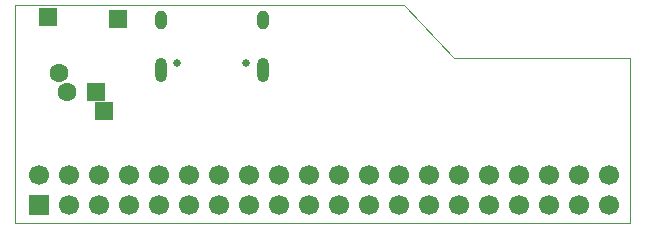
<source format=gbr>
%TF.GenerationSoftware,KiCad,Pcbnew,9.0.7-9.0.7~ubuntu24.04.1*%
%TF.CreationDate,2026-01-11T20:29:35+01:00*%
%TF.ProjectId,mfi,6d66692e-6b69-4636-9164-5f7063625858,rev?*%
%TF.SameCoordinates,Original*%
%TF.FileFunction,Soldermask,Bot*%
%TF.FilePolarity,Negative*%
%FSLAX46Y46*%
G04 Gerber Fmt 4.6, Leading zero omitted, Abs format (unit mm)*
G04 Created by KiCad (PCBNEW 9.0.7-9.0.7~ubuntu24.04.1) date 2026-01-11 20:29:35*
%MOMM*%
%LPD*%
G01*
G04 APERTURE LIST*
G04 Aperture macros list*
%AMRoundRect*
0 Rectangle with rounded corners*
0 $1 Rounding radius*
0 $2 $3 $4 $5 $6 $7 $8 $9 X,Y pos of 4 corners*
0 Add a 4 corners polygon primitive as box body*
4,1,4,$2,$3,$4,$5,$6,$7,$8,$9,$2,$3,0*
0 Add four circle primitives for the rounded corners*
1,1,$1+$1,$2,$3*
1,1,$1+$1,$4,$5*
1,1,$1+$1,$6,$7*
1,1,$1+$1,$8,$9*
0 Add four rect primitives between the rounded corners*
20,1,$1+$1,$2,$3,$4,$5,0*
20,1,$1+$1,$4,$5,$6,$7,0*
20,1,$1+$1,$6,$7,$8,$9,0*
20,1,$1+$1,$8,$9,$2,$3,0*%
G04 Aperture macros list end*
%ADD10RoundRect,0.250000X0.550000X0.550000X-0.550000X0.550000X-0.550000X-0.550000X0.550000X-0.550000X0*%
%ADD11C,1.600000*%
%ADD12R,1.700000X1.700000*%
%ADD13C,1.700000*%
%ADD14R,1.500000X1.500000*%
%ADD15C,0.650000*%
%ADD16O,1.000000X2.100000*%
%ADD17O,1.000000X1.600000*%
%TA.AperFunction,Profile*%
%ADD18C,0.010000*%
%TD*%
G04 APERTURE END LIST*
D10*
%TO.C,C3*%
X107500000Y-120450000D03*
X106829063Y-118850000D03*
D11*
X104329063Y-118850000D03*
X103658126Y-117250000D03*
%TD*%
D12*
%TO.C,J1*%
X101960000Y-128450000D03*
D13*
X101960000Y-125910000D03*
X104500000Y-128450000D03*
X104500000Y-125910000D03*
X107040000Y-128450000D03*
X107040000Y-125910000D03*
X109580000Y-128450000D03*
X109580000Y-125910000D03*
X112120000Y-128450000D03*
X112120000Y-125910000D03*
X114660000Y-128450000D03*
X114660000Y-125910000D03*
X117200000Y-128450000D03*
X117200000Y-125910000D03*
X119740000Y-128450000D03*
X119740000Y-125910000D03*
X122280000Y-128450000D03*
X122280000Y-125910000D03*
X124820000Y-128450000D03*
X124820000Y-125910000D03*
X127360000Y-128450000D03*
X127360000Y-125910000D03*
X129900000Y-128450000D03*
X129900000Y-125910000D03*
X132440000Y-128450000D03*
X132440000Y-125910000D03*
X134980000Y-128450000D03*
X134980000Y-125910000D03*
X137520000Y-128450000D03*
X137520000Y-125910000D03*
X140060000Y-128450000D03*
X140060000Y-125910000D03*
X142600000Y-128450000D03*
X142600000Y-125910000D03*
X145140000Y-128450000D03*
X145140000Y-125910000D03*
X147680000Y-128450000D03*
X147680000Y-125910000D03*
X150220000Y-128450000D03*
X150220000Y-125910000D03*
%TD*%
D14*
%TO.C,TP2*%
X108700000Y-112650000D03*
%TD*%
%TO.C,TP4*%
X102800000Y-112550000D03*
%TD*%
D15*
%TO.C,J4*%
X119500000Y-116450000D03*
X113720000Y-116450000D03*
D16*
X120930000Y-116980000D03*
D17*
X120930000Y-112800000D03*
D16*
X112290000Y-116980000D03*
D17*
X112290000Y-112800000D03*
%TD*%
D18*
X137100000Y-116000000D02*
X152000000Y-116000000D01*
X132900000Y-111500000D02*
X137100000Y-116000000D01*
X100000000Y-130000000D02*
X152000000Y-130000000D01*
X100000000Y-111500000D02*
X132900000Y-111500000D01*
X152000000Y-116000000D02*
X152000000Y-130000000D01*
X100000000Y-111500000D02*
X100000000Y-130000000D01*
M02*

</source>
